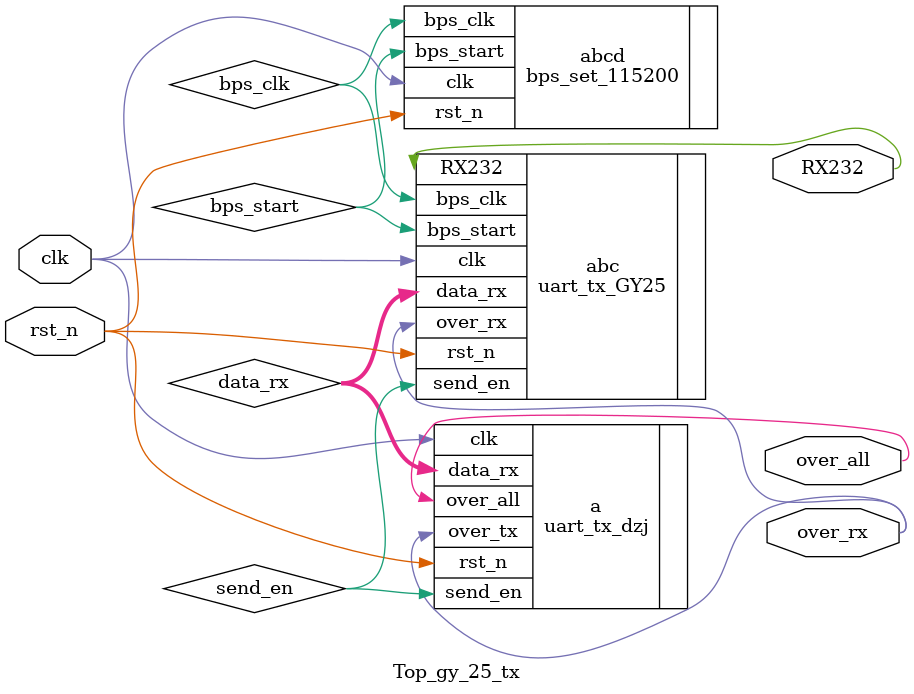
<source format=v>
module Top_gy_25_tx(
	input clk,
	input rst_n,
	
	output RX232,
	output over_rx,
	output over_all
    );
	wire [7:0]data_rx;
	uart_tx_dzj a (
    .clk(clk), 
    .rst_n(rst_n), 
    .over_tx(over_rx), 
    .data_rx(data_rx), 
    .send_en(send_en),
	.over_all(over_all)
    );
	uart_tx_GY25 abc (
    .clk(clk), 
    .bps_clk(bps_clk), 
    .send_en(send_en), 
    .rst_n(rst_n), 
    .data_rx(data_rx), 
    .RX232(RX232), 
    .over_rx(over_rx), 
    .bps_start(bps_start)
    );
	bps_set_115200 abcd (
    .clk(clk), 
    .rst_n(rst_n), 
    .bps_start(bps_start), 
    .bps_clk(bps_clk)
    );


endmodule
</source>
